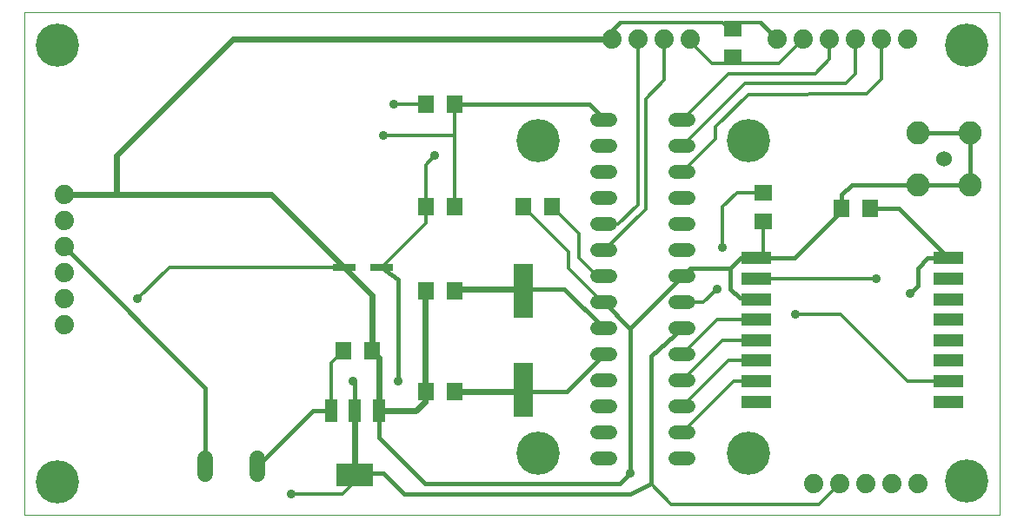
<source format=gtl>
G75*
%MOIN*%
%OFA0B0*%
%FSLAX24Y24*%
%IPPOS*%
%LPD*%
%AMOC8*
5,1,8,0,0,1.08239X$1,22.5*
%
%ADD10C,0.0000*%
%ADD11C,0.0520*%
%ADD12R,0.1181X0.0472*%
%ADD13R,0.0480X0.0880*%
%ADD14R,0.1417X0.0866*%
%ADD15C,0.0740*%
%ADD16R,0.0630X0.0709*%
%ADD17R,0.0760X0.2100*%
%ADD18C,0.0600*%
%ADD19C,0.0886*%
%ADD20C,0.0600*%
%ADD21R,0.0866X0.0256*%
%ADD22R,0.0709X0.0630*%
%ADD23C,0.1660*%
%ADD24C,0.0120*%
%ADD25C,0.0160*%
%ADD26C,0.0240*%
%ADD27C,0.0356*%
D10*
X000100Y000100D02*
X000100Y019391D01*
X037502Y019391D01*
X037502Y000100D01*
X000100Y000100D01*
D11*
X022061Y002236D02*
X022581Y002236D01*
X022581Y003236D02*
X022061Y003236D01*
X022061Y004236D02*
X022581Y004236D01*
X022581Y005236D02*
X022061Y005236D01*
X022061Y006236D02*
X022581Y006236D01*
X022581Y007236D02*
X022061Y007236D01*
X022061Y008236D02*
X022581Y008236D01*
X022581Y009236D02*
X022061Y009236D01*
X022061Y010236D02*
X022581Y010236D01*
X022581Y011236D02*
X022061Y011236D01*
X022061Y012236D02*
X022581Y012236D01*
X022581Y013236D02*
X022061Y013236D01*
X022061Y014236D02*
X022581Y014236D01*
X022581Y015236D02*
X022061Y015236D01*
X025061Y015236D02*
X025581Y015236D01*
X025581Y014236D02*
X025061Y014236D01*
X025061Y013236D02*
X025581Y013236D01*
X025581Y012236D02*
X025061Y012236D01*
X025061Y011236D02*
X025581Y011236D01*
X025581Y010236D02*
X025061Y010236D01*
X025061Y009236D02*
X025581Y009236D01*
X025581Y008236D02*
X025061Y008236D01*
X025061Y007236D02*
X025581Y007236D01*
X025581Y006236D02*
X025061Y006236D01*
X025061Y005236D02*
X025581Y005236D01*
X025581Y004236D02*
X025061Y004236D01*
X025061Y003236D02*
X025581Y003236D01*
X025581Y002236D02*
X025061Y002236D01*
D12*
X028170Y004430D03*
X028170Y005217D03*
X028170Y006005D03*
X028170Y006792D03*
X028170Y007579D03*
X028170Y008367D03*
X028170Y009154D03*
X028170Y009942D03*
X035532Y009942D03*
X035532Y009154D03*
X035532Y008367D03*
X035532Y007579D03*
X035532Y006792D03*
X035532Y006005D03*
X035532Y005217D03*
X035532Y004430D03*
D13*
X013687Y004068D03*
X012777Y004068D03*
X011867Y004068D03*
D14*
X012777Y001628D03*
D15*
X001620Y007376D03*
X001620Y008376D03*
X001620Y009376D03*
X001620Y010376D03*
X001620Y011376D03*
X001620Y012376D03*
X022636Y018340D03*
X023636Y018340D03*
X024636Y018340D03*
X025636Y018340D03*
X028972Y018355D03*
X029972Y018355D03*
X030972Y018355D03*
X031972Y018355D03*
X032972Y018355D03*
X033972Y018355D03*
X034352Y001281D03*
X033352Y001281D03*
X032352Y001281D03*
X031352Y001281D03*
X030352Y001281D03*
D16*
X016600Y004811D03*
X015497Y004811D03*
X013437Y006380D03*
X012335Y006380D03*
X015490Y008677D03*
X016592Y008677D03*
X016603Y011919D03*
X015500Y011919D03*
X019234Y011911D03*
X020336Y011911D03*
X016594Y015838D03*
X015492Y015838D03*
X031439Y011837D03*
X032541Y011837D03*
D17*
X019235Y008682D03*
X019235Y004882D03*
D18*
X035368Y013761D03*
D19*
X036368Y012761D03*
X034368Y012761D03*
X034368Y014761D03*
X036368Y014761D03*
D20*
X009037Y002250D02*
X009037Y001650D01*
X007037Y001650D02*
X007037Y002250D01*
D21*
X012353Y009596D03*
X013810Y009596D03*
D22*
X028446Y011360D03*
X028446Y012462D03*
X027265Y017659D03*
X027265Y018761D03*
D23*
X027853Y014467D03*
X019785Y014467D03*
X036237Y018126D03*
X027853Y002462D03*
X019785Y002462D03*
X036237Y001370D03*
X001379Y001360D03*
X001373Y018130D03*
D24*
X013880Y014667D02*
X016594Y014667D01*
X016594Y015838D01*
X016604Y015848D01*
X015492Y015838D02*
X014283Y015838D01*
X014273Y015848D01*
X016594Y014667D02*
X016594Y011927D01*
X016603Y011919D01*
X015500Y011919D02*
X015500Y013532D01*
X015848Y013880D01*
X015500Y011919D02*
X015500Y011286D01*
X013810Y009596D01*
X012353Y009596D02*
X005659Y009596D01*
X004431Y008368D01*
X011867Y005912D02*
X011867Y004068D01*
X012777Y005139D02*
X012698Y005218D01*
X011867Y005912D02*
X012335Y006380D01*
X013437Y006380D02*
X013687Y006130D01*
X015497Y004811D02*
X015497Y004474D01*
X015454Y004431D01*
X016600Y004811D02*
X016613Y004824D01*
X019235Y004882D02*
X019293Y004824D01*
X019391Y004824D01*
X023328Y007229D02*
X023328Y007244D01*
X022321Y008236D02*
X022279Y008236D01*
X020966Y009549D01*
X020966Y010179D01*
X019234Y011911D01*
X020336Y011911D02*
X021360Y010887D01*
X021360Y009943D01*
X022066Y009236D01*
X022321Y009236D01*
X022321Y010236D02*
X023919Y011834D01*
X023919Y016060D01*
X024636Y016777D01*
X024636Y018340D01*
X025636Y018340D02*
X025636Y018265D01*
X026478Y017423D01*
X027265Y017423D01*
X027265Y017659D01*
X027265Y017423D02*
X029040Y017423D01*
X029972Y018355D01*
X028972Y018355D02*
X028330Y018998D01*
X028311Y018998D01*
X027265Y018998D01*
X027265Y018761D01*
X027108Y018761D01*
X026872Y018998D01*
X022935Y018998D01*
X022636Y018699D02*
X022629Y018692D01*
X022629Y018630D01*
X022639Y018620D01*
X022636Y018699D02*
X022636Y018340D01*
X023636Y018340D02*
X023636Y018097D01*
X023619Y018080D01*
X023619Y011990D01*
X022869Y011240D01*
X022325Y011240D01*
X022321Y011236D01*
X025321Y009236D02*
X025645Y009560D01*
X026872Y010336D02*
X026872Y011911D01*
X027423Y012462D01*
X028446Y012462D01*
X028446Y011360D02*
X028446Y009943D01*
X028171Y009943D01*
X028170Y009942D01*
X028170Y009154D02*
X031201Y009154D01*
X032777Y009155D01*
X031396Y007780D02*
X029649Y007780D01*
X028446Y007580D02*
X028446Y007579D01*
X028170Y007579D01*
X028446Y007580D02*
X026665Y007580D01*
X025321Y006236D01*
X025321Y005236D02*
X026877Y006792D01*
X028170Y006792D01*
X028170Y006005D02*
X027089Y006005D01*
X025321Y004236D01*
X025321Y003236D02*
X027303Y005218D01*
X028446Y005218D01*
X028446Y005217D01*
X028170Y005217D01*
X031396Y007780D02*
X033958Y005218D01*
X035531Y005218D01*
X035532Y005217D01*
X031352Y001281D02*
X030565Y000494D01*
X024903Y000494D01*
X024116Y001281D01*
X012777Y001360D02*
X012777Y001628D01*
X012745Y001628D01*
X012698Y001675D01*
X012777Y001360D02*
X012305Y000887D01*
X010336Y000887D01*
X015454Y008642D02*
X015490Y008677D01*
X016592Y008677D02*
X016676Y008761D01*
X018998Y008761D02*
X019077Y008682D01*
X019235Y008682D01*
X025321Y008236D02*
X025325Y008240D01*
X026129Y008240D01*
X026649Y008760D01*
X026659Y008760D01*
X028127Y008410D02*
X028170Y008367D01*
X031439Y011754D02*
X031439Y011837D01*
X034366Y012760D02*
X034368Y012761D01*
X032383Y016242D02*
X027872Y016232D01*
X026610Y014970D01*
X026610Y014525D01*
X025321Y013236D01*
X025321Y014236D02*
X027720Y016635D01*
X031596Y016635D01*
X031972Y017011D01*
X031972Y018355D01*
X032972Y018355D02*
X032972Y016830D01*
X032383Y016242D01*
X030972Y017586D02*
X030415Y017029D01*
X027114Y017029D01*
X025321Y015236D01*
X022321Y015281D02*
X022321Y015236D01*
X028311Y018998D02*
X028329Y018980D01*
X028347Y018980D01*
X030972Y018355D02*
X030972Y017586D01*
D25*
X028972Y018355D02*
X028347Y018980D01*
X022935Y018998D02*
X022636Y018699D01*
X022639Y018620D02*
X022639Y018350D01*
X021754Y015848D02*
X022321Y015281D01*
X021754Y015848D02*
X016604Y015848D01*
X027179Y009560D02*
X027561Y009942D01*
X028170Y009942D01*
X028446Y009943D02*
X029628Y009943D01*
X031439Y011754D01*
X031439Y011837D02*
X031439Y012380D01*
X031819Y012760D01*
X034366Y012760D01*
X034368Y012761D02*
X036368Y012761D01*
X036368Y014761D01*
X034368Y014761D01*
X033636Y011837D02*
X032541Y011837D01*
X033636Y011837D02*
X035532Y009942D01*
X034745Y009942D01*
X034352Y009549D01*
X034352Y008873D01*
X034059Y008580D01*
X028127Y008410D02*
X027519Y008410D01*
X027179Y008750D01*
X027179Y009560D01*
X025645Y009560D01*
X025321Y009236D02*
X023328Y007244D01*
X023328Y007229D02*
X023328Y001675D01*
X022935Y001281D01*
X015454Y001281D01*
X013687Y003048D01*
X013687Y004068D01*
X012777Y004068D02*
X012777Y005139D01*
X014443Y005218D02*
X014443Y009103D01*
X013810Y009596D01*
X018998Y008761D02*
X020796Y008761D01*
X022321Y007236D01*
X022321Y008236D02*
X023328Y007229D01*
X024116Y006187D02*
X025321Y007236D01*
X024116Y006187D02*
X024116Y001281D01*
X023328Y000887D01*
X014667Y000887D01*
X013880Y001675D01*
X012698Y001675D01*
X011155Y004068D02*
X009037Y001950D01*
X007037Y001950D02*
X007037Y004958D01*
X001620Y010376D01*
X011155Y004068D02*
X011867Y004068D01*
X019391Y004824D02*
X020909Y004824D01*
X022321Y006236D01*
D26*
X019391Y004824D02*
X016613Y004824D01*
X015454Y004431D02*
X015092Y004068D01*
X013687Y004068D01*
X013687Y006130D01*
X013437Y006380D02*
X013437Y008512D01*
X012353Y009596D01*
X009574Y012376D01*
X003643Y012376D01*
X003643Y013880D01*
X008114Y018350D01*
X022639Y018350D01*
X018998Y008761D02*
X016676Y008761D01*
X015454Y008642D02*
X015454Y004431D01*
X012777Y004068D02*
X012777Y001628D01*
X003643Y012376D02*
X001620Y012376D01*
D27*
X004431Y008368D03*
X012698Y005218D03*
X014443Y005218D03*
X010336Y000887D03*
X023328Y001675D03*
X029649Y007780D03*
X026659Y008760D03*
X026872Y010336D03*
X032777Y009155D03*
X034059Y008580D03*
X015848Y013880D03*
X013880Y014667D03*
X014273Y015848D03*
M02*

</source>
